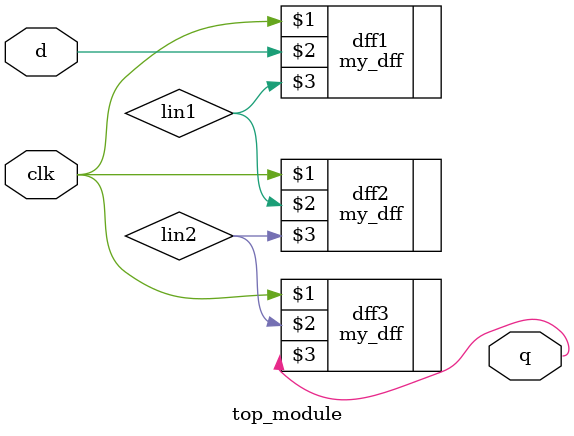
<source format=v>
module top_module ( input clk, input d, output q );
    wire lin1, lin2;
    
    my_dff dff1(clk, d, lin1);
    my_dff dff2(clk, lin1, lin2);
    my_dff dff3(clk, lin2, q);

endmodule

</source>
